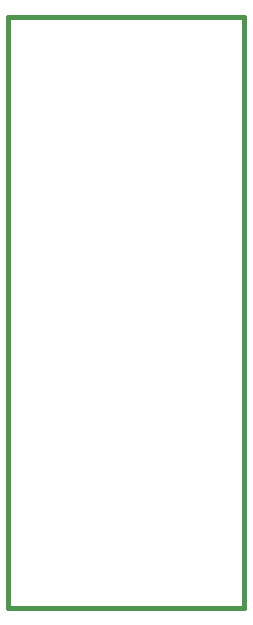
<source format=gbr>
G04 (created by PCBNEW-RS274X (2011-nov-30)-testing) date Tue 10 Apr 2012 11:35:02 PM PDT*
G01*
G70*
G90*
%MOIN*%
G04 Gerber Fmt 3.4, Leading zero omitted, Abs format*
%FSLAX34Y34*%
G04 APERTURE LIST*
%ADD10C,0.006000*%
%ADD11C,0.015000*%
G04 APERTURE END LIST*
G54D10*
G54D11*
X66929Y-15748D02*
X59055Y-15748D01*
X66929Y-35433D02*
X66929Y-15748D01*
X59055Y-35433D02*
X66929Y-35433D01*
X59055Y-15748D02*
X59055Y-35433D01*
M02*

</source>
